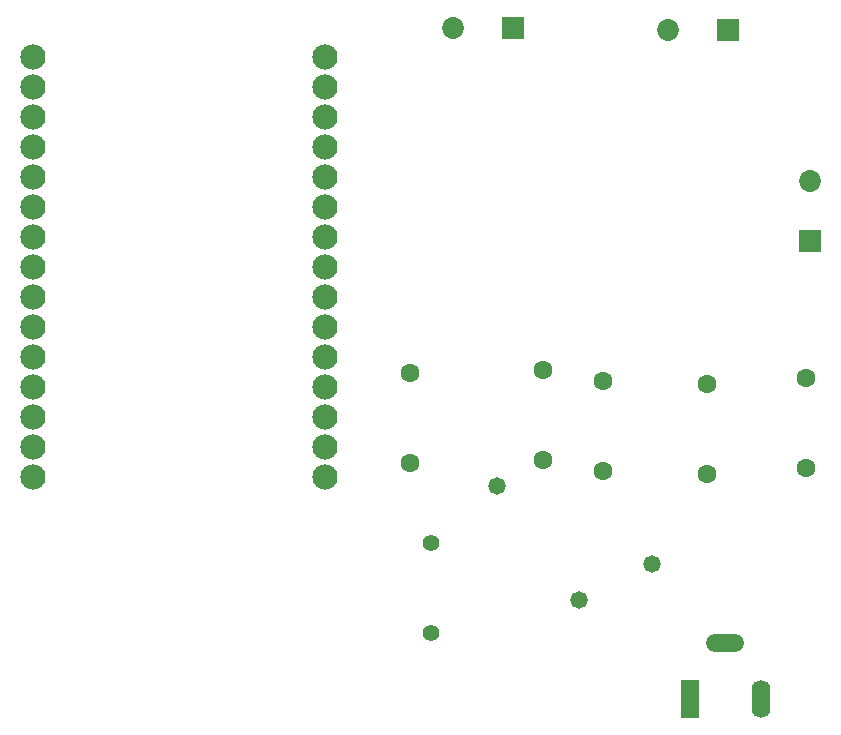
<source format=gbs>
G04*
G04 #@! TF.GenerationSoftware,Altium Limited,Altium Designer,23.2.1 (34)*
G04*
G04 Layer_Color=16711935*
%FSLAX44Y44*%
%MOMM*%
G71*
G04*
G04 #@! TF.SameCoordinates,FBD9A347-9EDB-47C0-AAAE-CD2F767B64E6*
G04*
G04*
G04 #@! TF.FilePolarity,Negative*
G04*
G01*
G75*
%ADD16C,1.4032*%
%ADD17C,2.1336*%
%ADD18R,1.8532X1.8532*%
%ADD19C,1.8532*%
%ADD20R,1.8532X1.8532*%
%ADD21C,1.6032*%
G04:AMPARAMS|DCode=22|XSize=3.2mm|YSize=1.6mm|CornerRadius=0.8mm|HoleSize=0mm|Usage=FLASHONLY|Rotation=270.000|XOffset=0mm|YOffset=0mm|HoleType=Round|Shape=RoundedRectangle|*
%AMROUNDEDRECTD22*
21,1,3.2000,0.0000,0,0,270.0*
21,1,1.6000,1.6000,0,0,270.0*
1,1,1.6000,0.0000,-0.8000*
1,1,1.6000,0.0000,0.8000*
1,1,1.6000,0.0000,0.8000*
1,1,1.6000,0.0000,-0.8000*
%
%ADD22ROUNDEDRECTD22*%
%ADD23R,1.6000X3.2000*%
G04:AMPARAMS|DCode=24|XSize=1.6mm|YSize=3.2mm|CornerRadius=0.8mm|HoleSize=0mm|Usage=FLASHONLY|Rotation=270.000|XOffset=0mm|YOffset=0mm|HoleType=Round|Shape=RoundedRectangle|*
%AMROUNDEDRECTD24*
21,1,1.6000,1.6000,0,0,270.0*
21,1,0.0000,3.2000,0,0,270.0*
1,1,1.6000,-0.8000,0.0000*
1,1,1.6000,-0.8000,0.0000*
1,1,1.6000,0.8000,0.0000*
1,1,1.6000,0.8000,0.0000*
%
%ADD24ROUNDEDRECTD24*%
%ADD25C,1.4732*%
D16*
X662940Y792480D02*
D03*
Y716280D02*
D03*
D17*
X325849Y1051461D02*
D03*
Y1203861D02*
D03*
Y1178461D02*
D03*
Y1153061D02*
D03*
Y1127661D02*
D03*
Y1102261D02*
D03*
Y1076861D02*
D03*
Y1026061D02*
D03*
Y1000661D02*
D03*
Y975261D02*
D03*
Y949861D02*
D03*
Y924461D02*
D03*
Y899061D02*
D03*
Y873661D02*
D03*
Y848261D02*
D03*
X573550Y1203861D02*
D03*
Y1178461D02*
D03*
Y1153061D02*
D03*
Y1127661D02*
D03*
Y1102261D02*
D03*
Y1076861D02*
D03*
Y1051461D02*
D03*
Y1026061D02*
D03*
Y1000661D02*
D03*
Y975261D02*
D03*
Y949861D02*
D03*
Y924461D02*
D03*
Y899061D02*
D03*
Y873661D02*
D03*
Y848261D02*
D03*
D18*
X732790Y1228090D02*
D03*
X914400Y1226820D02*
D03*
D19*
X681990Y1228090D02*
D03*
X984250Y1098550D02*
D03*
X863600Y1226820D02*
D03*
D20*
X984250Y1047750D02*
D03*
D21*
X980440Y932180D02*
D03*
Y855980D02*
D03*
X896620Y927100D02*
D03*
Y850900D02*
D03*
X808990Y929640D02*
D03*
Y853440D02*
D03*
X645160Y935990D02*
D03*
Y859790D02*
D03*
X758190Y938530D02*
D03*
Y862330D02*
D03*
D22*
X942340Y660400D02*
D03*
D23*
X882340D02*
D03*
D24*
X912340Y707400D02*
D03*
D25*
X788162Y744220D02*
D03*
X719074Y840232D02*
D03*
X850082Y774700D02*
D03*
M02*

</source>
